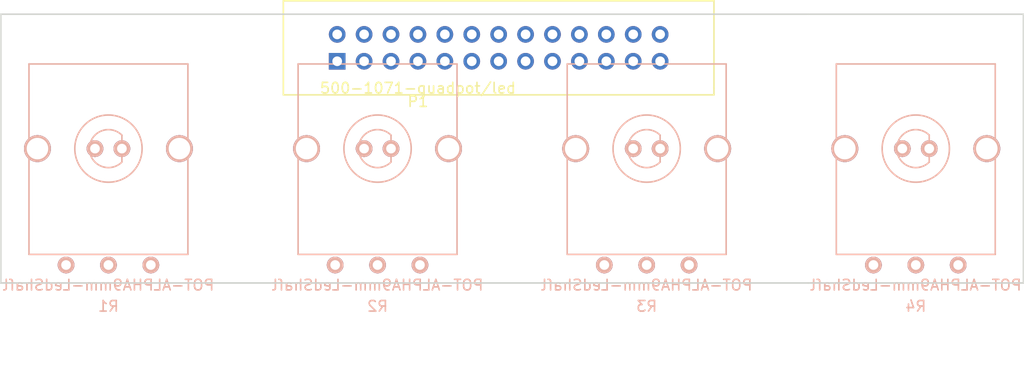
<source format=kicad_pcb>
(kicad_pcb (version 4) (host pcbnew 4.0.7)

  (general
    (links 20)
    (no_connects 20)
    (area 167.564999 95.609999 264.176191 132.240001)
    (thickness 1.6)
    (drawings 7)
    (tracks 0)
    (zones 0)
    (modules 5)
    (nets 27)
  )

  (page A)
  (title_block
    (title "500-1071-01 Quad Illim Pot Board 0.75 Sapcing")
    (date 2017-05-04)
    (rev A)
  )

  (layers
    (0 F.Cu signal)
    (31 B.Cu signal)
    (32 B.Adhes user)
    (33 F.Adhes user)
    (34 B.Paste user)
    (35 F.Paste user)
    (36 B.SilkS user)
    (37 F.SilkS user)
    (38 B.Mask user)
    (39 F.Mask user)
    (40 Dwgs.User user)
    (41 Cmts.User user)
    (42 Eco1.User user)
    (43 Eco2.User user)
    (44 Edge.Cuts user)
    (45 Margin user)
    (46 B.CrtYd user)
    (47 F.CrtYd user)
    (48 B.Fab user)
    (49 F.Fab user)
  )

  (setup
    (last_trace_width 0.25)
    (trace_clearance 0.2)
    (zone_clearance 0.508)
    (zone_45_only no)
    (trace_min 0.2)
    (segment_width 0.2)
    (edge_width 0.15)
    (via_size 0.6)
    (via_drill 0.4)
    (via_min_size 0.4)
    (via_min_drill 0.3)
    (uvia_size 0.3)
    (uvia_drill 0.1)
    (uvias_allowed no)
    (uvia_min_size 0.2)
    (uvia_min_drill 0.1)
    (pcb_text_width 0.3)
    (pcb_text_size 1.5 1.5)
    (mod_edge_width 0.15)
    (mod_text_size 1 1)
    (mod_text_width 0.15)
    (pad_size 1.524 1.524)
    (pad_drill 0.762)
    (pad_to_mask_clearance 0.2)
    (aux_axis_origin 0 0)
    (visible_elements 7FFFFFFF)
    (pcbplotparams
      (layerselection 0x00030_80000001)
      (usegerberextensions false)
      (excludeedgelayer true)
      (linewidth 0.100000)
      (plotframeref false)
      (viasonmask false)
      (mode 1)
      (useauxorigin false)
      (hpglpennumber 1)
      (hpglpenspeed 20)
      (hpglpendiameter 15)
      (hpglpenoverlay 2)
      (psnegative false)
      (psa4output false)
      (plotreference true)
      (plotvalue true)
      (plotinvisibletext false)
      (padsonsilk false)
      (subtractmaskfromsilk false)
      (outputformat 1)
      (mirror false)
      (drillshape 1)
      (scaleselection 1)
      (outputdirectory ""))
  )

  (net 0 "")
  (net 1 "Net-(P1-Pad1)")
  (net 2 "Net-(P1-Pad2)")
  (net 3 "Net-(P1-Pad3)")
  (net 4 "Net-(P1-Pad4)")
  (net 5 "Net-(P1-Pad5)")
  (net 6 "Net-(P1-Pad6)")
  (net 7 "Net-(P1-Pad7)")
  (net 8 "Net-(P1-Pad8)")
  (net 9 "Net-(P1-Pad9)")
  (net 10 "Net-(P1-Pad10)")
  (net 11 "Net-(P1-Pad11)")
  (net 12 "Net-(P1-Pad12)")
  (net 13 "Net-(P1-Pad13)")
  (net 14 "Net-(P1-Pad14)")
  (net 15 "Net-(P1-Pad15)")
  (net 16 "Net-(P1-Pad16)")
  (net 17 "Net-(P1-Pad17)")
  (net 18 "Net-(P1-Pad18)")
  (net 19 "Net-(P1-Pad19)")
  (net 20 "Net-(P1-Pad20)")
  (net 21 "Net-(P1-Pad21)")
  (net 22 "Net-(P1-Pad22)")
  (net 23 "Net-(P1-Pad23)")
  (net 24 "Net-(P1-Pad24)")
  (net 25 "Net-(P1-Pad25)")
  (net 26 "Net-(P1-Pad26)")

  (net_class Default "This is the default net class."
    (clearance 0.2)
    (trace_width 0.25)
    (via_dia 0.6)
    (via_drill 0.4)
    (uvia_dia 0.3)
    (uvia_drill 0.1)
    (add_net "Net-(P1-Pad1)")
    (add_net "Net-(P1-Pad10)")
    (add_net "Net-(P1-Pad11)")
    (add_net "Net-(P1-Pad12)")
    (add_net "Net-(P1-Pad13)")
    (add_net "Net-(P1-Pad14)")
    (add_net "Net-(P1-Pad15)")
    (add_net "Net-(P1-Pad16)")
    (add_net "Net-(P1-Pad17)")
    (add_net "Net-(P1-Pad18)")
    (add_net "Net-(P1-Pad19)")
    (add_net "Net-(P1-Pad2)")
    (add_net "Net-(P1-Pad20)")
    (add_net "Net-(P1-Pad21)")
    (add_net "Net-(P1-Pad22)")
    (add_net "Net-(P1-Pad23)")
    (add_net "Net-(P1-Pad24)")
    (add_net "Net-(P1-Pad25)")
    (add_net "Net-(P1-Pad26)")
    (add_net "Net-(P1-Pad3)")
    (add_net "Net-(P1-Pad4)")
    (add_net "Net-(P1-Pad5)")
    (add_net "Net-(P1-Pad6)")
    (add_net "Net-(P1-Pad7)")
    (add_net "Net-(P1-Pad8)")
    (add_net "Net-(P1-Pad9)")
  )

  (module FootPrints:IDC-13x2 (layer F.Cu) (tedit 590B50E6) (tstamp 590B5345)
    (at 207.01 100.965)
    (path /590AB70D)
    (fp_text reference P1 (at 0 3.81) (layer F.SilkS)
      (effects (font (size 1 1) (thickness 0.15)))
    )
    (fp_text value 500-1071-quadpot/led (at 0 2.54) (layer F.SilkS)
      (effects (font (size 1 1) (thickness 0.15)))
    )
    (fp_line (start 27.94 3.175) (end 27.94 2.54) (layer F.SilkS) (width 0.15))
    (fp_line (start -12.7 3.175) (end 27.94 3.175) (layer F.SilkS) (width 0.15))
    (fp_line (start -12.7 -5.715) (end -12.7 3.175) (layer F.SilkS) (width 0.15))
    (fp_line (start 27.94 -5.715) (end -12.7 -5.715) (layer F.SilkS) (width 0.15))
    (fp_line (start 27.94 2.54) (end 27.94 -5.715) (layer F.SilkS) (width 0.15))
    (pad 1 thru_hole rect (at -7.62 0) (size 1.5748 1.5748) (drill 0.9144) (layers *.Cu *.Mask)
      (net 1 "Net-(P1-Pad1)"))
    (pad 2 thru_hole circle (at -7.62 -2.54) (size 1.5748 1.5748) (drill 0.9144) (layers *.Cu *.Mask)
      (net 2 "Net-(P1-Pad2)"))
    (pad 3 thru_hole circle (at -5.08 0) (size 1.5748 1.5748) (drill 0.9144) (layers *.Cu *.Mask)
      (net 3 "Net-(P1-Pad3)"))
    (pad 4 thru_hole circle (at -5.08 -2.54) (size 1.5748 1.5748) (drill 0.9144) (layers *.Cu *.Mask)
      (net 4 "Net-(P1-Pad4)"))
    (pad 5 thru_hole circle (at -2.54 0) (size 1.5748 1.5748) (drill 0.9144) (layers *.Cu *.Mask)
      (net 5 "Net-(P1-Pad5)"))
    (pad 6 thru_hole circle (at -2.54 -2.54) (size 1.5748 1.5748) (drill 0.9144) (layers *.Cu *.Mask)
      (net 6 "Net-(P1-Pad6)"))
    (pad 7 thru_hole circle (at 0 0) (size 1.5748 1.5748) (drill 0.9144) (layers *.Cu *.Mask)
      (net 7 "Net-(P1-Pad7)"))
    (pad 8 thru_hole circle (at 0 -2.54) (size 1.5748 1.5748) (drill 0.9144) (layers *.Cu *.Mask)
      (net 8 "Net-(P1-Pad8)"))
    (pad 9 thru_hole circle (at 2.54 0) (size 1.5748 1.5748) (drill 0.9144) (layers *.Cu *.Mask)
      (net 9 "Net-(P1-Pad9)"))
    (pad 10 thru_hole circle (at 2.54 -2.54) (size 1.5748 1.5748) (drill 0.9144) (layers *.Cu *.Mask)
      (net 10 "Net-(P1-Pad10)"))
    (pad 11 thru_hole circle (at 5.08 0) (size 1.5748 1.5748) (drill 0.9144) (layers *.Cu *.Mask)
      (net 11 "Net-(P1-Pad11)"))
    (pad 12 thru_hole circle (at 5.08 -2.54) (size 1.5748 1.5748) (drill 0.9144) (layers *.Cu *.Mask)
      (net 12 "Net-(P1-Pad12)"))
    (pad 13 thru_hole circle (at 7.62 0) (size 1.5748 1.5748) (drill 0.9144) (layers *.Cu *.Mask)
      (net 13 "Net-(P1-Pad13)"))
    (pad 14 thru_hole circle (at 7.62 -2.54) (size 1.5748 1.5748) (drill 0.9144) (layers *.Cu *.Mask)
      (net 14 "Net-(P1-Pad14)"))
    (pad 15 thru_hole circle (at 10.16 0) (size 1.5748 1.5748) (drill 0.9144) (layers *.Cu *.Mask)
      (net 15 "Net-(P1-Pad15)"))
    (pad 16 thru_hole circle (at 10.16 -2.54) (size 1.5748 1.5748) (drill 0.9144) (layers *.Cu *.Mask)
      (net 16 "Net-(P1-Pad16)"))
    (pad 17 thru_hole circle (at 12.7 0) (size 1.5748 1.5748) (drill 0.9144) (layers *.Cu *.Mask)
      (net 17 "Net-(P1-Pad17)"))
    (pad 18 thru_hole circle (at 12.7 -2.54) (size 1.5748 1.5748) (drill 0.9144) (layers *.Cu *.Mask)
      (net 18 "Net-(P1-Pad18)"))
    (pad 19 thru_hole circle (at 15.24 0) (size 1.5748 1.5748) (drill 0.9144) (layers *.Cu *.Mask)
      (net 19 "Net-(P1-Pad19)"))
    (pad 20 thru_hole circle (at 15.24 -2.54) (size 1.5748 1.5748) (drill 0.9144) (layers *.Cu *.Mask)
      (net 20 "Net-(P1-Pad20)"))
    (pad 21 thru_hole circle (at 17.78 0) (size 1.5748 1.5748) (drill 0.9144) (layers *.Cu *.Mask)
      (net 21 "Net-(P1-Pad21)"))
    (pad 22 thru_hole circle (at 17.78 -2.54) (size 1.5748 1.5748) (drill 0.9144) (layers *.Cu *.Mask)
      (net 22 "Net-(P1-Pad22)"))
    (pad 23 thru_hole circle (at 20.32 0) (size 1.5748 1.5748) (drill 0.9144) (layers *.Cu *.Mask)
      (net 23 "Net-(P1-Pad23)"))
    (pad 24 thru_hole circle (at 20.32 -2.54) (size 1.5748 1.5748) (drill 0.9144) (layers *.Cu *.Mask)
      (net 24 "Net-(P1-Pad24)"))
    (pad 25 thru_hole circle (at 22.86 0) (size 1.5748 1.5748) (drill 0.9144) (layers *.Cu *.Mask)
      (net 25 "Net-(P1-Pad25)"))
    (pad 26 thru_hole circle (at 22.86 -2.54) (size 1.5748 1.5748) (drill 0.9144) (layers *.Cu *.Mask)
      (net 26 "Net-(P1-Pad26)"))
  )

  (module FootPrints:Alpha9mmPotWithLED (layer B.Cu) (tedit 5751FE58) (tstamp 590B5350)
    (at 177.8 109.22 180)
    (path /590AB760)
    (fp_text reference R1 (at 0 -14.9 180) (layer B.SilkS)
      (effects (font (size 1 1) (thickness 0.15)) (justify mirror))
    )
    (fp_text value POT-ALPHA9mm-LedShaft (at 0 -12.9 180) (layer B.SilkS)
      (effects (font (size 1 1) (thickness 0.15)) (justify mirror))
    )
    (fp_arc (start 0 0) (end 1.27 -1.27) (angle -90) (layer B.SilkS) (width 0.15))
    (fp_arc (start 0 0) (end 1.27 1.27) (angle -90) (layer B.SilkS) (width 0.15))
    (fp_arc (start 0 0) (end -1.27 1.27) (angle -90) (layer B.SilkS) (width 0.15))
    (fp_line (start -1.27 1.27) (end -1.27 -1.27) (layer B.SilkS) (width 0.15))
    (fp_circle (center 0 0) (end 3.175 0) (layer B.SilkS) (width 0.15))
    (fp_line (start -7.5 -10) (end 7.5 -10) (layer B.SilkS) (width 0.15))
    (fp_line (start 7.5 -10) (end 7.5 8) (layer B.SilkS) (width 0.15))
    (fp_line (start 7.5 8) (end -7.5 8) (layer B.SilkS) (width 0.15))
    (fp_line (start -7.5 8) (end -7.5 -10) (layer B.SilkS) (width 0.15))
    (pad "" thru_hole circle (at -6.7 0 180) (size 2.54 2.54) (drill 2.032) (layers *.Cu *.Mask B.SilkS))
    (pad "" thru_hole circle (at 6.7 0 180) (size 2.54 2.54) (drill 2.032) (layers *.Cu *.Mask B.SilkS))
    (pad 4 thru_hole circle (at -1.27 0 180) (size 1.5748 1.5748) (drill 0.9144) (layers *.Cu *.Mask B.SilkS)
      (net 18 "Net-(P1-Pad18)"))
    (pad 5 thru_hole circle (at 1.27 0 180) (size 1.5748 1.5748) (drill 0.9144) (layers *.Cu *.Mask B.SilkS)
      (net 17 "Net-(P1-Pad17)"))
    (pad 2 thru_hole circle (at 0 -11 180) (size 1.5748 1.5748) (drill 0.9144) (layers *.Cu *.Mask B.SilkS)
      (net 2 "Net-(P1-Pad2)"))
    (pad 3 thru_hole circle (at 4 -11 180) (size 1.5748 1.5748) (drill 0.9144) (layers *.Cu *.Mask B.SilkS)
      (net 3 "Net-(P1-Pad3)"))
    (pad 1 thru_hole circle (at -4 -11 180) (size 1.5748 1.5748) (drill 0.9144) (layers *.Cu *.Mask B.SilkS)
      (net 1 "Net-(P1-Pad1)"))
  )

  (module FootPrints:Alpha9mmPotWithLED (layer B.Cu) (tedit 5751FE58) (tstamp 590B535B)
    (at 203.2 109.22 180)
    (path /590AB889)
    (fp_text reference R2 (at 0 -14.9 180) (layer B.SilkS)
      (effects (font (size 1 1) (thickness 0.15)) (justify mirror))
    )
    (fp_text value POT-ALPHA9mm-LedShaft (at 0 -12.9 180) (layer B.SilkS)
      (effects (font (size 1 1) (thickness 0.15)) (justify mirror))
    )
    (fp_arc (start 0 0) (end 1.27 -1.27) (angle -90) (layer B.SilkS) (width 0.15))
    (fp_arc (start 0 0) (end 1.27 1.27) (angle -90) (layer B.SilkS) (width 0.15))
    (fp_arc (start 0 0) (end -1.27 1.27) (angle -90) (layer B.SilkS) (width 0.15))
    (fp_line (start -1.27 1.27) (end -1.27 -1.27) (layer B.SilkS) (width 0.15))
    (fp_circle (center 0 0) (end 3.175 0) (layer B.SilkS) (width 0.15))
    (fp_line (start -7.5 -10) (end 7.5 -10) (layer B.SilkS) (width 0.15))
    (fp_line (start 7.5 -10) (end 7.5 8) (layer B.SilkS) (width 0.15))
    (fp_line (start 7.5 8) (end -7.5 8) (layer B.SilkS) (width 0.15))
    (fp_line (start -7.5 8) (end -7.5 -10) (layer B.SilkS) (width 0.15))
    (pad "" thru_hole circle (at -6.7 0 180) (size 2.54 2.54) (drill 2.032) (layers *.Cu *.Mask B.SilkS))
    (pad "" thru_hole circle (at 6.7 0 180) (size 2.54 2.54) (drill 2.032) (layers *.Cu *.Mask B.SilkS))
    (pad 4 thru_hole circle (at -1.27 0 180) (size 1.5748 1.5748) (drill 0.9144) (layers *.Cu *.Mask B.SilkS)
      (net 20 "Net-(P1-Pad20)"))
    (pad 5 thru_hole circle (at 1.27 0 180) (size 1.5748 1.5748) (drill 0.9144) (layers *.Cu *.Mask B.SilkS)
      (net 19 "Net-(P1-Pad19)"))
    (pad 2 thru_hole circle (at 0 -11 180) (size 1.5748 1.5748) (drill 0.9144) (layers *.Cu *.Mask B.SilkS)
      (net 6 "Net-(P1-Pad6)"))
    (pad 3 thru_hole circle (at 4 -11 180) (size 1.5748 1.5748) (drill 0.9144) (layers *.Cu *.Mask B.SilkS)
      (net 7 "Net-(P1-Pad7)"))
    (pad 1 thru_hole circle (at -4 -11 180) (size 1.5748 1.5748) (drill 0.9144) (layers *.Cu *.Mask B.SilkS)
      (net 5 "Net-(P1-Pad5)"))
  )

  (module FootPrints:Alpha9mmPotWithLED (layer B.Cu) (tedit 5751FE58) (tstamp 590B5366)
    (at 228.6 109.22 180)
    (path /590AB8DE)
    (fp_text reference R3 (at 0 -14.9 180) (layer B.SilkS)
      (effects (font (size 1 1) (thickness 0.15)) (justify mirror))
    )
    (fp_text value POT-ALPHA9mm-LedShaft (at 0 -12.9 180) (layer B.SilkS)
      (effects (font (size 1 1) (thickness 0.15)) (justify mirror))
    )
    (fp_arc (start 0 0) (end 1.27 -1.27) (angle -90) (layer B.SilkS) (width 0.15))
    (fp_arc (start 0 0) (end 1.27 1.27) (angle -90) (layer B.SilkS) (width 0.15))
    (fp_arc (start 0 0) (end -1.27 1.27) (angle -90) (layer B.SilkS) (width 0.15))
    (fp_line (start -1.27 1.27) (end -1.27 -1.27) (layer B.SilkS) (width 0.15))
    (fp_circle (center 0 0) (end 3.175 0) (layer B.SilkS) (width 0.15))
    (fp_line (start -7.5 -10) (end 7.5 -10) (layer B.SilkS) (width 0.15))
    (fp_line (start 7.5 -10) (end 7.5 8) (layer B.SilkS) (width 0.15))
    (fp_line (start 7.5 8) (end -7.5 8) (layer B.SilkS) (width 0.15))
    (fp_line (start -7.5 8) (end -7.5 -10) (layer B.SilkS) (width 0.15))
    (pad "" thru_hole circle (at -6.7 0 180) (size 2.54 2.54) (drill 2.032) (layers *.Cu *.Mask B.SilkS))
    (pad "" thru_hole circle (at 6.7 0 180) (size 2.54 2.54) (drill 2.032) (layers *.Cu *.Mask B.SilkS))
    (pad 4 thru_hole circle (at -1.27 0 180) (size 1.5748 1.5748) (drill 0.9144) (layers *.Cu *.Mask B.SilkS)
      (net 22 "Net-(P1-Pad22)"))
    (pad 5 thru_hole circle (at 1.27 0 180) (size 1.5748 1.5748) (drill 0.9144) (layers *.Cu *.Mask B.SilkS)
      (net 21 "Net-(P1-Pad21)"))
    (pad 2 thru_hole circle (at 0 -11 180) (size 1.5748 1.5748) (drill 0.9144) (layers *.Cu *.Mask B.SilkS)
      (net 10 "Net-(P1-Pad10)"))
    (pad 3 thru_hole circle (at 4 -11 180) (size 1.5748 1.5748) (drill 0.9144) (layers *.Cu *.Mask B.SilkS)
      (net 11 "Net-(P1-Pad11)"))
    (pad 1 thru_hole circle (at -4 -11 180) (size 1.5748 1.5748) (drill 0.9144) (layers *.Cu *.Mask B.SilkS)
      (net 9 "Net-(P1-Pad9)"))
  )

  (module FootPrints:Alpha9mmPotWithLED (layer B.Cu) (tedit 5751FE58) (tstamp 590B5371)
    (at 254 109.22 180)
    (path /590AB94E)
    (fp_text reference R4 (at 0 -14.9 180) (layer B.SilkS)
      (effects (font (size 1 1) (thickness 0.15)) (justify mirror))
    )
    (fp_text value POT-ALPHA9mm-LedShaft (at 0 -12.9 180) (layer B.SilkS)
      (effects (font (size 1 1) (thickness 0.15)) (justify mirror))
    )
    (fp_arc (start 0 0) (end 1.27 -1.27) (angle -90) (layer B.SilkS) (width 0.15))
    (fp_arc (start 0 0) (end 1.27 1.27) (angle -90) (layer B.SilkS) (width 0.15))
    (fp_arc (start 0 0) (end -1.27 1.27) (angle -90) (layer B.SilkS) (width 0.15))
    (fp_line (start -1.27 1.27) (end -1.27 -1.27) (layer B.SilkS) (width 0.15))
    (fp_circle (center 0 0) (end 3.175 0) (layer B.SilkS) (width 0.15))
    (fp_line (start -7.5 -10) (end 7.5 -10) (layer B.SilkS) (width 0.15))
    (fp_line (start 7.5 -10) (end 7.5 8) (layer B.SilkS) (width 0.15))
    (fp_line (start 7.5 8) (end -7.5 8) (layer B.SilkS) (width 0.15))
    (fp_line (start -7.5 8) (end -7.5 -10) (layer B.SilkS) (width 0.15))
    (pad "" thru_hole circle (at -6.7 0 180) (size 2.54 2.54) (drill 2.032) (layers *.Cu *.Mask B.SilkS))
    (pad "" thru_hole circle (at 6.7 0 180) (size 2.54 2.54) (drill 2.032) (layers *.Cu *.Mask B.SilkS))
    (pad 4 thru_hole circle (at -1.27 0 180) (size 1.5748 1.5748) (drill 0.9144) (layers *.Cu *.Mask B.SilkS)
      (net 24 "Net-(P1-Pad24)"))
    (pad 5 thru_hole circle (at 1.27 0 180) (size 1.5748 1.5748) (drill 0.9144) (layers *.Cu *.Mask B.SilkS)
      (net 23 "Net-(P1-Pad23)"))
    (pad 2 thru_hole circle (at 0 -11 180) (size 1.5748 1.5748) (drill 0.9144) (layers *.Cu *.Mask B.SilkS)
      (net 14 "Net-(P1-Pad14)"))
    (pad 3 thru_hole circle (at 4 -11 180) (size 1.5748 1.5748) (drill 0.9144) (layers *.Cu *.Mask B.SilkS)
      (net 15 "Net-(P1-Pad15)"))
    (pad 1 thru_hole circle (at -4 -11 180) (size 1.5748 1.5748) (drill 0.9144) (layers *.Cu *.Mask B.SilkS)
      (net 13 "Net-(P1-Pad13)"))
  )

  (gr_line (start 264.16 121.92) (end 243.84 121.92) (angle 90) (layer Edge.Cuts) (width 0.15))
  (gr_line (start 264.16 96.52) (end 264.16 121.92) (angle 90) (layer Edge.Cuts) (width 0.15))
  (gr_line (start 243.84 96.52) (end 264.16 96.52) (angle 90) (layer Edge.Cuts) (width 0.15))
  (dimension 25.4 (width 0.3) (layer F.Fab)
    (gr_text "1.0000 in" (at 190.5 130.89) (layer F.Fab)
      (effects (font (size 1.5 1.5) (thickness 0.3)))
    )
    (feature1 (pts (xy 203.2 125.73) (xy 203.2 132.24)))
    (feature2 (pts (xy 177.8 125.73) (xy 177.8 132.24)))
    (crossbar (pts (xy 177.8 129.54) (xy 203.2 129.54)))
    (arrow1a (pts (xy 203.2 129.54) (xy 202.073496 130.126421)))
    (arrow1b (pts (xy 203.2 129.54) (xy 202.073496 128.953579)))
    (arrow2a (pts (xy 177.8 129.54) (xy 178.926504 130.126421)))
    (arrow2b (pts (xy 177.8 129.54) (xy 178.926504 128.953579)))
  )
  (gr_line (start 167.64 96.52) (end 167.64 121.92) (layer Edge.Cuts) (width 0.15))
  (gr_line (start 167.64 96.52) (end 243.84 96.52) (layer Edge.Cuts) (width 0.15))
  (gr_line (start 167.64 121.92) (end 243.84 121.92) (layer Edge.Cuts) (width 0.15))

)

</source>
